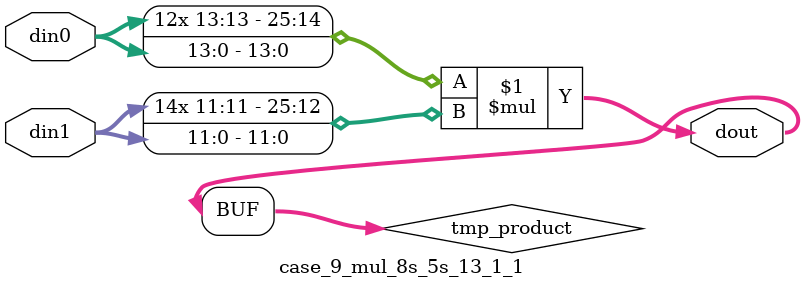
<source format=v>

`timescale 1 ns / 1 ps

 (* use_dsp = "no" *)  module case_9_mul_8s_5s_13_1_1(din0, din1, dout);
parameter ID = 1;
parameter NUM_STAGE = 0;
parameter din0_WIDTH = 14;
parameter din1_WIDTH = 12;
parameter dout_WIDTH = 26;

input [din0_WIDTH - 1 : 0] din0; 
input [din1_WIDTH - 1 : 0] din1; 
output [dout_WIDTH - 1 : 0] dout;

wire signed [dout_WIDTH - 1 : 0] tmp_product;



























assign tmp_product = $signed(din0) * $signed(din1);








assign dout = tmp_product;





















endmodule

</source>
